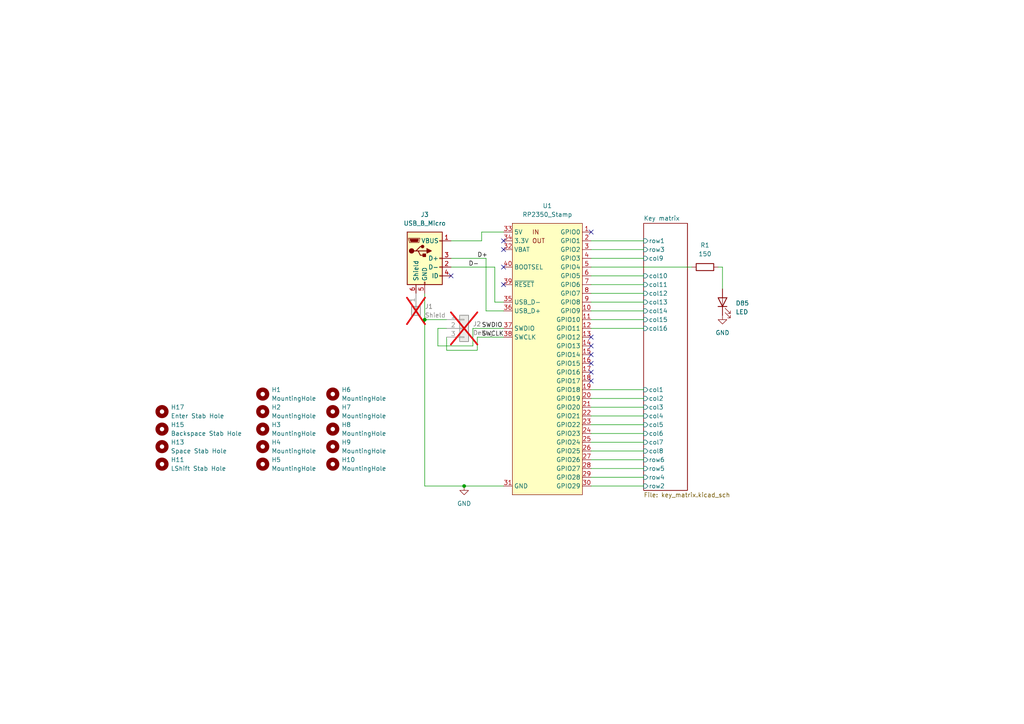
<source format=kicad_sch>
(kicad_sch
	(version 20231120)
	(generator "eeschema")
	(generator_version "8.0")
	(uuid "c3d5481e-c057-4a92-8a3d-290554b175ff")
	(paper "A4")
	(lib_symbols
		(symbol "Connector:USB_B_Micro"
			(pin_names
				(offset 1.016)
			)
			(exclude_from_sim no)
			(in_bom yes)
			(on_board yes)
			(property "Reference" "J"
				(at -5.08 11.43 0)
				(effects
					(font
						(size 1.27 1.27)
					)
					(justify left)
				)
			)
			(property "Value" "USB_B_Micro"
				(at -5.08 8.89 0)
				(effects
					(font
						(size 1.27 1.27)
					)
					(justify left)
				)
			)
			(property "Footprint" ""
				(at 3.81 -1.27 0)
				(effects
					(font
						(size 1.27 1.27)
					)
					(hide yes)
				)
			)
			(property "Datasheet" "~"
				(at 3.81 -1.27 0)
				(effects
					(font
						(size 1.27 1.27)
					)
					(hide yes)
				)
			)
			(property "Description" "USB Micro Type B connector"
				(at 0 0 0)
				(effects
					(font
						(size 1.27 1.27)
					)
					(hide yes)
				)
			)
			(property "ki_keywords" "connector USB micro"
				(at 0 0 0)
				(effects
					(font
						(size 1.27 1.27)
					)
					(hide yes)
				)
			)
			(property "ki_fp_filters" "USB*"
				(at 0 0 0)
				(effects
					(font
						(size 1.27 1.27)
					)
					(hide yes)
				)
			)
			(symbol "USB_B_Micro_0_1"
				(rectangle
					(start -5.08 -7.62)
					(end 5.08 7.62)
					(stroke
						(width 0.254)
						(type default)
					)
					(fill
						(type background)
					)
				)
				(circle
					(center -3.81 2.159)
					(radius 0.635)
					(stroke
						(width 0.254)
						(type default)
					)
					(fill
						(type outline)
					)
				)
				(circle
					(center -0.635 3.429)
					(radius 0.381)
					(stroke
						(width 0.254)
						(type default)
					)
					(fill
						(type outline)
					)
				)
				(rectangle
					(start -0.127 -7.62)
					(end 0.127 -6.858)
					(stroke
						(width 0)
						(type default)
					)
					(fill
						(type none)
					)
				)
				(polyline
					(pts
						(xy -1.905 2.159) (xy 0.635 2.159)
					)
					(stroke
						(width 0.254)
						(type default)
					)
					(fill
						(type none)
					)
				)
				(polyline
					(pts
						(xy -3.175 2.159) (xy -2.54 2.159) (xy -1.27 3.429) (xy -0.635 3.429)
					)
					(stroke
						(width 0.254)
						(type default)
					)
					(fill
						(type none)
					)
				)
				(polyline
					(pts
						(xy -2.54 2.159) (xy -1.905 2.159) (xy -1.27 0.889) (xy 0 0.889)
					)
					(stroke
						(width 0.254)
						(type default)
					)
					(fill
						(type none)
					)
				)
				(polyline
					(pts
						(xy 0.635 2.794) (xy 0.635 1.524) (xy 1.905 2.159) (xy 0.635 2.794)
					)
					(stroke
						(width 0.254)
						(type default)
					)
					(fill
						(type outline)
					)
				)
				(polyline
					(pts
						(xy -4.318 5.588) (xy -1.778 5.588) (xy -2.032 4.826) (xy -4.064 4.826) (xy -4.318 5.588)
					)
					(stroke
						(width 0)
						(type default)
					)
					(fill
						(type outline)
					)
				)
				(polyline
					(pts
						(xy -4.699 5.842) (xy -4.699 5.588) (xy -4.445 4.826) (xy -4.445 4.572) (xy -1.651 4.572) (xy -1.651 4.826)
						(xy -1.397 5.588) (xy -1.397 5.842) (xy -4.699 5.842)
					)
					(stroke
						(width 0)
						(type default)
					)
					(fill
						(type none)
					)
				)
				(rectangle
					(start 0.254 1.27)
					(end -0.508 0.508)
					(stroke
						(width 0.254)
						(type default)
					)
					(fill
						(type outline)
					)
				)
				(rectangle
					(start 5.08 -5.207)
					(end 4.318 -4.953)
					(stroke
						(width 0)
						(type default)
					)
					(fill
						(type none)
					)
				)
				(rectangle
					(start 5.08 -2.667)
					(end 4.318 -2.413)
					(stroke
						(width 0)
						(type default)
					)
					(fill
						(type none)
					)
				)
				(rectangle
					(start 5.08 -0.127)
					(end 4.318 0.127)
					(stroke
						(width 0)
						(type default)
					)
					(fill
						(type none)
					)
				)
				(rectangle
					(start 5.08 4.953)
					(end 4.318 5.207)
					(stroke
						(width 0)
						(type default)
					)
					(fill
						(type none)
					)
				)
			)
			(symbol "USB_B_Micro_1_1"
				(pin power_out line
					(at 7.62 5.08 180)
					(length 2.54)
					(name "VBUS"
						(effects
							(font
								(size 1.27 1.27)
							)
						)
					)
					(number "1"
						(effects
							(font
								(size 1.27 1.27)
							)
						)
					)
				)
				(pin bidirectional line
					(at 7.62 -2.54 180)
					(length 2.54)
					(name "D-"
						(effects
							(font
								(size 1.27 1.27)
							)
						)
					)
					(number "2"
						(effects
							(font
								(size 1.27 1.27)
							)
						)
					)
				)
				(pin bidirectional line
					(at 7.62 0 180)
					(length 2.54)
					(name "D+"
						(effects
							(font
								(size 1.27 1.27)
							)
						)
					)
					(number "3"
						(effects
							(font
								(size 1.27 1.27)
							)
						)
					)
				)
				(pin passive line
					(at 7.62 -5.08 180)
					(length 2.54)
					(name "ID"
						(effects
							(font
								(size 1.27 1.27)
							)
						)
					)
					(number "4"
						(effects
							(font
								(size 1.27 1.27)
							)
						)
					)
				)
				(pin power_out line
					(at 0 -10.16 90)
					(length 2.54)
					(name "GND"
						(effects
							(font
								(size 1.27 1.27)
							)
						)
					)
					(number "5"
						(effects
							(font
								(size 1.27 1.27)
							)
						)
					)
				)
				(pin passive line
					(at -2.54 -10.16 90)
					(length 2.54)
					(name "Shield"
						(effects
							(font
								(size 1.27 1.27)
							)
						)
					)
					(number "6"
						(effects
							(font
								(size 1.27 1.27)
							)
						)
					)
				)
			)
		)
		(symbol "Connector_Generic:Conn_01x01"
			(pin_names
				(offset 1.016) hide)
			(exclude_from_sim no)
			(in_bom yes)
			(on_board yes)
			(property "Reference" "J"
				(at 0 2.54 0)
				(effects
					(font
						(size 1.27 1.27)
					)
				)
			)
			(property "Value" "Conn_01x01"
				(at 0 -2.54 0)
				(effects
					(font
						(size 1.27 1.27)
					)
				)
			)
			(property "Footprint" ""
				(at 0 0 0)
				(effects
					(font
						(size 1.27 1.27)
					)
					(hide yes)
				)
			)
			(property "Datasheet" "~"
				(at 0 0 0)
				(effects
					(font
						(size 1.27 1.27)
					)
					(hide yes)
				)
			)
			(property "Description" "Generic connector, single row, 01x01, script generated (kicad-library-utils/schlib/autogen/connector/)"
				(at 0 0 0)
				(effects
					(font
						(size 1.27 1.27)
					)
					(hide yes)
				)
			)
			(property "ki_keywords" "connector"
				(at 0 0 0)
				(effects
					(font
						(size 1.27 1.27)
					)
					(hide yes)
				)
			)
			(property "ki_fp_filters" "Connector*:*_1x??_*"
				(at 0 0 0)
				(effects
					(font
						(size 1.27 1.27)
					)
					(hide yes)
				)
			)
			(symbol "Conn_01x01_1_1"
				(rectangle
					(start -1.27 0.127)
					(end 0 -0.127)
					(stroke
						(width 0.1524)
						(type default)
					)
					(fill
						(type none)
					)
				)
				(rectangle
					(start -1.27 1.27)
					(end 1.27 -1.27)
					(stroke
						(width 0.254)
						(type default)
					)
					(fill
						(type background)
					)
				)
				(pin passive line
					(at -5.08 0 0)
					(length 3.81)
					(name "Pin_1"
						(effects
							(font
								(size 1.27 1.27)
							)
						)
					)
					(number "1"
						(effects
							(font
								(size 1.27 1.27)
							)
						)
					)
				)
			)
		)
		(symbol "Connector_Generic:Conn_01x03"
			(pin_names
				(offset 1.016) hide)
			(exclude_from_sim no)
			(in_bom yes)
			(on_board yes)
			(property "Reference" "J"
				(at 0 5.08 0)
				(effects
					(font
						(size 1.27 1.27)
					)
				)
			)
			(property "Value" "Conn_01x03"
				(at 0 -5.08 0)
				(effects
					(font
						(size 1.27 1.27)
					)
				)
			)
			(property "Footprint" ""
				(at 0 0 0)
				(effects
					(font
						(size 1.27 1.27)
					)
					(hide yes)
				)
			)
			(property "Datasheet" "~"
				(at 0 0 0)
				(effects
					(font
						(size 1.27 1.27)
					)
					(hide yes)
				)
			)
			(property "Description" "Generic connector, single row, 01x03, script generated (kicad-library-utils/schlib/autogen/connector/)"
				(at 0 0 0)
				(effects
					(font
						(size 1.27 1.27)
					)
					(hide yes)
				)
			)
			(property "ki_keywords" "connector"
				(at 0 0 0)
				(effects
					(font
						(size 1.27 1.27)
					)
					(hide yes)
				)
			)
			(property "ki_fp_filters" "Connector*:*_1x??_*"
				(at 0 0 0)
				(effects
					(font
						(size 1.27 1.27)
					)
					(hide yes)
				)
			)
			(symbol "Conn_01x03_1_1"
				(rectangle
					(start -1.27 -2.413)
					(end 0 -2.667)
					(stroke
						(width 0.1524)
						(type default)
					)
					(fill
						(type none)
					)
				)
				(rectangle
					(start -1.27 0.127)
					(end 0 -0.127)
					(stroke
						(width 0.1524)
						(type default)
					)
					(fill
						(type none)
					)
				)
				(rectangle
					(start -1.27 2.667)
					(end 0 2.413)
					(stroke
						(width 0.1524)
						(type default)
					)
					(fill
						(type none)
					)
				)
				(rectangle
					(start -1.27 3.81)
					(end 1.27 -3.81)
					(stroke
						(width 0.254)
						(type default)
					)
					(fill
						(type background)
					)
				)
				(pin passive line
					(at -5.08 2.54 0)
					(length 3.81)
					(name "Pin_1"
						(effects
							(font
								(size 1.27 1.27)
							)
						)
					)
					(number "1"
						(effects
							(font
								(size 1.27 1.27)
							)
						)
					)
				)
				(pin passive line
					(at -5.08 0 0)
					(length 3.81)
					(name "Pin_2"
						(effects
							(font
								(size 1.27 1.27)
							)
						)
					)
					(number "2"
						(effects
							(font
								(size 1.27 1.27)
							)
						)
					)
				)
				(pin passive line
					(at -5.08 -2.54 0)
					(length 3.81)
					(name "Pin_3"
						(effects
							(font
								(size 1.27 1.27)
							)
						)
					)
					(number "3"
						(effects
							(font
								(size 1.27 1.27)
							)
						)
					)
				)
			)
		)
		(symbol "Device:LED"
			(pin_numbers hide)
			(pin_names
				(offset 1.016) hide)
			(exclude_from_sim no)
			(in_bom yes)
			(on_board yes)
			(property "Reference" "D"
				(at 0 2.54 0)
				(effects
					(font
						(size 1.27 1.27)
					)
				)
			)
			(property "Value" "LED"
				(at 0 -2.54 0)
				(effects
					(font
						(size 1.27 1.27)
					)
				)
			)
			(property "Footprint" ""
				(at 0 0 0)
				(effects
					(font
						(size 1.27 1.27)
					)
					(hide yes)
				)
			)
			(property "Datasheet" "~"
				(at 0 0 0)
				(effects
					(font
						(size 1.27 1.27)
					)
					(hide yes)
				)
			)
			(property "Description" "Light emitting diode"
				(at 0 0 0)
				(effects
					(font
						(size 1.27 1.27)
					)
					(hide yes)
				)
			)
			(property "ki_keywords" "LED diode"
				(at 0 0 0)
				(effects
					(font
						(size 1.27 1.27)
					)
					(hide yes)
				)
			)
			(property "ki_fp_filters" "LED* LED_SMD:* LED_THT:*"
				(at 0 0 0)
				(effects
					(font
						(size 1.27 1.27)
					)
					(hide yes)
				)
			)
			(symbol "LED_0_1"
				(polyline
					(pts
						(xy -1.27 -1.27) (xy -1.27 1.27)
					)
					(stroke
						(width 0.254)
						(type default)
					)
					(fill
						(type none)
					)
				)
				(polyline
					(pts
						(xy -1.27 0) (xy 1.27 0)
					)
					(stroke
						(width 0)
						(type default)
					)
					(fill
						(type none)
					)
				)
				(polyline
					(pts
						(xy 1.27 -1.27) (xy 1.27 1.27) (xy -1.27 0) (xy 1.27 -1.27)
					)
					(stroke
						(width 0.254)
						(type default)
					)
					(fill
						(type none)
					)
				)
				(polyline
					(pts
						(xy -3.048 -0.762) (xy -4.572 -2.286) (xy -3.81 -2.286) (xy -4.572 -2.286) (xy -4.572 -1.524)
					)
					(stroke
						(width 0)
						(type default)
					)
					(fill
						(type none)
					)
				)
				(polyline
					(pts
						(xy -1.778 -0.762) (xy -3.302 -2.286) (xy -2.54 -2.286) (xy -3.302 -2.286) (xy -3.302 -1.524)
					)
					(stroke
						(width 0)
						(type default)
					)
					(fill
						(type none)
					)
				)
			)
			(symbol "LED_1_1"
				(pin passive line
					(at -3.81 0 0)
					(length 2.54)
					(name "K"
						(effects
							(font
								(size 1.27 1.27)
							)
						)
					)
					(number "1"
						(effects
							(font
								(size 1.27 1.27)
							)
						)
					)
				)
				(pin passive line
					(at 3.81 0 180)
					(length 2.54)
					(name "A"
						(effects
							(font
								(size 1.27 1.27)
							)
						)
					)
					(number "2"
						(effects
							(font
								(size 1.27 1.27)
							)
						)
					)
				)
			)
		)
		(symbol "Device:R"
			(pin_numbers hide)
			(pin_names
				(offset 0)
			)
			(exclude_from_sim no)
			(in_bom yes)
			(on_board yes)
			(property "Reference" "R"
				(at 2.032 0 90)
				(effects
					(font
						(size 1.27 1.27)
					)
				)
			)
			(property "Value" "R"
				(at 0 0 90)
				(effects
					(font
						(size 1.27 1.27)
					)
				)
			)
			(property "Footprint" ""
				(at -1.778 0 90)
				(effects
					(font
						(size 1.27 1.27)
					)
					(hide yes)
				)
			)
			(property "Datasheet" "~"
				(at 0 0 0)
				(effects
					(font
						(size 1.27 1.27)
					)
					(hide yes)
				)
			)
			(property "Description" "Resistor"
				(at 0 0 0)
				(effects
					(font
						(size 1.27 1.27)
					)
					(hide yes)
				)
			)
			(property "ki_keywords" "R res resistor"
				(at 0 0 0)
				(effects
					(font
						(size 1.27 1.27)
					)
					(hide yes)
				)
			)
			(property "ki_fp_filters" "R_*"
				(at 0 0 0)
				(effects
					(font
						(size 1.27 1.27)
					)
					(hide yes)
				)
			)
			(symbol "R_0_1"
				(rectangle
					(start -1.016 -2.54)
					(end 1.016 2.54)
					(stroke
						(width 0.254)
						(type default)
					)
					(fill
						(type none)
					)
				)
			)
			(symbol "R_1_1"
				(pin passive line
					(at 0 3.81 270)
					(length 1.27)
					(name "~"
						(effects
							(font
								(size 1.27 1.27)
							)
						)
					)
					(number "1"
						(effects
							(font
								(size 1.27 1.27)
							)
						)
					)
				)
				(pin passive line
					(at 0 -3.81 90)
					(length 1.27)
					(name "~"
						(effects
							(font
								(size 1.27 1.27)
							)
						)
					)
					(number "2"
						(effects
							(font
								(size 1.27 1.27)
							)
						)
					)
				)
			)
		)
		(symbol "Mechanical:MountingHole"
			(pin_names
				(offset 1.016)
			)
			(exclude_from_sim yes)
			(in_bom no)
			(on_board yes)
			(property "Reference" "H"
				(at 0 5.08 0)
				(effects
					(font
						(size 1.27 1.27)
					)
				)
			)
			(property "Value" "MountingHole"
				(at 0 3.175 0)
				(effects
					(font
						(size 1.27 1.27)
					)
				)
			)
			(property "Footprint" ""
				(at 0 0 0)
				(effects
					(font
						(size 1.27 1.27)
					)
					(hide yes)
				)
			)
			(property "Datasheet" "~"
				(at 0 0 0)
				(effects
					(font
						(size 1.27 1.27)
					)
					(hide yes)
				)
			)
			(property "Description" "Mounting Hole without connection"
				(at 0 0 0)
				(effects
					(font
						(size 1.27 1.27)
					)
					(hide yes)
				)
			)
			(property "ki_keywords" "mounting hole"
				(at 0 0 0)
				(effects
					(font
						(size 1.27 1.27)
					)
					(hide yes)
				)
			)
			(property "ki_fp_filters" "MountingHole*"
				(at 0 0 0)
				(effects
					(font
						(size 1.27 1.27)
					)
					(hide yes)
				)
			)
			(symbol "MountingHole_0_1"
				(circle
					(center 0 0)
					(radius 1.27)
					(stroke
						(width 1.27)
						(type default)
					)
					(fill
						(type none)
					)
				)
			)
		)
		(symbol "RP2xxx_Stamp:RP2350_Stamp"
			(exclude_from_sim no)
			(in_bom yes)
			(on_board yes)
			(property "Reference" "U"
				(at 10.16 43.18 0)
				(effects
					(font
						(size 1.27 1.27)
					)
				)
			)
			(property "Value" "RP2350_Stamp"
				(at 0 -38.1 0)
				(effects
					(font
						(size 1.27 1.27)
					)
				)
			)
			(property "Footprint" "RP2040_Stamp:RP2040_Stamp_SMD"
				(at 0 -40.64 0)
				(effects
					(font
						(size 1.27 1.27)
					)
					(hide yes)
				)
			)
			(property "Datasheet" ""
				(at -33.02 41.91 0)
				(effects
					(font
						(size 1.27 1.27)
					)
					(hide yes)
				)
			)
			(property "Description" ""
				(at 0 0 0)
				(effects
					(font
						(size 1.27 1.27)
					)
					(hide yes)
				)
			)
			(property "ki_fp_filters" "RP2xxx_Stamp*"
				(at 0 0 0)
				(effects
					(font
						(size 1.27 1.27)
					)
					(hide yes)
				)
			)
			(symbol "RP2350_Stamp_0_0"
				(text "IN"
					(at -4.445 39.37 0)
					(effects
						(font
							(size 1.27 1.27)
						)
						(justify left)
					)
				)
				(text "OUT"
					(at -4.445 36.83 0)
					(effects
						(font
							(size 1.27 1.27)
						)
						(justify left)
					)
				)
				(pin bidirectional line
					(at 12.7 39.37 180)
					(length 2.54)
					(name "GPIO0"
						(effects
							(font
								(size 1.27 1.27)
							)
						)
					)
					(number "1"
						(effects
							(font
								(size 1.27 1.27)
							)
						)
					)
				)
				(pin bidirectional line
					(at 12.7 16.51 180)
					(length 2.54)
					(name "GPIO9"
						(effects
							(font
								(size 1.27 1.27)
							)
						)
					)
					(number "10"
						(effects
							(font
								(size 1.27 1.27)
							)
						)
					)
				)
				(pin bidirectional line
					(at 12.7 13.97 180)
					(length 2.54)
					(name "GPIO10"
						(effects
							(font
								(size 1.27 1.27)
							)
						)
					)
					(number "11"
						(effects
							(font
								(size 1.27 1.27)
							)
						)
					)
				)
				(pin bidirectional line
					(at 12.7 11.43 180)
					(length 2.54)
					(name "GPIO11"
						(effects
							(font
								(size 1.27 1.27)
							)
						)
					)
					(number "12"
						(effects
							(font
								(size 1.27 1.27)
							)
						)
					)
				)
				(pin bidirectional line
					(at 12.7 8.89 180)
					(length 2.54)
					(name "GPIO12"
						(effects
							(font
								(size 1.27 1.27)
							)
						)
					)
					(number "13"
						(effects
							(font
								(size 1.27 1.27)
							)
						)
					)
				)
				(pin bidirectional line
					(at 12.7 6.35 180)
					(length 2.54)
					(name "GPIO13"
						(effects
							(font
								(size 1.27 1.27)
							)
						)
					)
					(number "14"
						(effects
							(font
								(size 1.27 1.27)
							)
						)
					)
				)
				(pin bidirectional line
					(at 12.7 3.81 180)
					(length 2.54)
					(name "GPIO14"
						(effects
							(font
								(size 1.27 1.27)
							)
						)
					)
					(number "15"
						(effects
							(font
								(size 1.27 1.27)
							)
						)
					)
				)
				(pin bidirectional line
					(at 12.7 1.27 180)
					(length 2.54)
					(name "GPIO15"
						(effects
							(font
								(size 1.27 1.27)
							)
						)
					)
					(number "16"
						(effects
							(font
								(size 1.27 1.27)
							)
						)
					)
				)
				(pin bidirectional line
					(at 12.7 -1.27 180)
					(length 2.54)
					(name "GPIO16"
						(effects
							(font
								(size 1.27 1.27)
							)
						)
					)
					(number "17"
						(effects
							(font
								(size 1.27 1.27)
							)
						)
					)
				)
				(pin bidirectional line
					(at 12.7 -3.81 180)
					(length 2.54)
					(name "GPIO17"
						(effects
							(font
								(size 1.27 1.27)
							)
						)
					)
					(number "18"
						(effects
							(font
								(size 1.27 1.27)
							)
						)
					)
				)
				(pin bidirectional line
					(at 12.7 -6.35 180)
					(length 2.54)
					(name "GPIO18"
						(effects
							(font
								(size 1.27 1.27)
							)
						)
					)
					(number "19"
						(effects
							(font
								(size 1.27 1.27)
							)
						)
					)
				)
				(pin bidirectional line
					(at 12.7 36.83 180)
					(length 2.54)
					(name "GPIO1"
						(effects
							(font
								(size 1.27 1.27)
							)
						)
					)
					(number "2"
						(effects
							(font
								(size 1.27 1.27)
							)
						)
					)
				)
				(pin bidirectional line
					(at 12.7 -8.89 180)
					(length 2.54)
					(name "GPIO19"
						(effects
							(font
								(size 1.27 1.27)
							)
						)
					)
					(number "20"
						(effects
							(font
								(size 1.27 1.27)
							)
						)
					)
				)
				(pin bidirectional line
					(at 12.7 -11.43 180)
					(length 2.54)
					(name "GPIO20"
						(effects
							(font
								(size 1.27 1.27)
							)
						)
					)
					(number "21"
						(effects
							(font
								(size 1.27 1.27)
							)
						)
					)
				)
				(pin bidirectional line
					(at 12.7 -13.97 180)
					(length 2.54)
					(name "GPIO21"
						(effects
							(font
								(size 1.27 1.27)
							)
						)
					)
					(number "22"
						(effects
							(font
								(size 1.27 1.27)
							)
						)
					)
					(alternate "NEOPIXEL" output line)
				)
				(pin bidirectional line
					(at 12.7 -16.51 180)
					(length 2.54)
					(name "GPIO22"
						(effects
							(font
								(size 1.27 1.27)
							)
						)
					)
					(number "23"
						(effects
							(font
								(size 1.27 1.27)
							)
						)
					)
				)
				(pin bidirectional line
					(at 12.7 -19.05 180)
					(length 2.54)
					(name "GPIO23"
						(effects
							(font
								(size 1.27 1.27)
							)
						)
					)
					(number "24"
						(effects
							(font
								(size 1.27 1.27)
							)
						)
					)
				)
				(pin bidirectional line
					(at 12.7 -21.59 180)
					(length 2.54)
					(name "GPIO24"
						(effects
							(font
								(size 1.27 1.27)
							)
						)
					)
					(number "25"
						(effects
							(font
								(size 1.27 1.27)
							)
						)
					)
				)
				(pin bidirectional line
					(at 12.7 -24.13 180)
					(length 2.54)
					(name "GPIO25"
						(effects
							(font
								(size 1.27 1.27)
							)
						)
					)
					(number "26"
						(effects
							(font
								(size 1.27 1.27)
							)
						)
					)
				)
				(pin bidirectional line
					(at 12.7 -26.67 180)
					(length 2.54)
					(name "GPIO26"
						(effects
							(font
								(size 1.27 1.27)
							)
						)
					)
					(number "27"
						(effects
							(font
								(size 1.27 1.27)
							)
						)
					)
					(alternate "A0" input line)
				)
				(pin bidirectional line
					(at 12.7 -29.21 180)
					(length 2.54)
					(name "GPIO27"
						(effects
							(font
								(size 1.27 1.27)
							)
						)
					)
					(number "28"
						(effects
							(font
								(size 1.27 1.27)
							)
						)
					)
					(alternate "A1" input line)
				)
				(pin bidirectional line
					(at 12.7 -31.75 180)
					(length 2.54)
					(name "GPIO28"
						(effects
							(font
								(size 1.27 1.27)
							)
						)
					)
					(number "29"
						(effects
							(font
								(size 1.27 1.27)
							)
						)
					)
					(alternate "A2" input line)
				)
				(pin bidirectional line
					(at 12.7 34.29 180)
					(length 2.54)
					(name "GPIO2"
						(effects
							(font
								(size 1.27 1.27)
							)
						)
					)
					(number "3"
						(effects
							(font
								(size 1.27 1.27)
							)
						)
					)
				)
				(pin bidirectional line
					(at 12.7 -34.29 180)
					(length 2.54)
					(name "GPIO29"
						(effects
							(font
								(size 1.27 1.27)
							)
						)
					)
					(number "30"
						(effects
							(font
								(size 1.27 1.27)
							)
						)
					)
					(alternate "A3" input line)
				)
				(pin power_in line
					(at -12.7 -34.29 0)
					(length 2.54)
					(name "GND"
						(effects
							(font
								(size 1.27 1.27)
							)
						)
					)
					(number "31"
						(effects
							(font
								(size 1.27 1.27)
							)
						)
					)
				)
				(pin power_in line
					(at -12.7 34.29 0)
					(length 2.54)
					(name "VBAT"
						(effects
							(font
								(size 1.27 1.27)
							)
						)
					)
					(number "32"
						(effects
							(font
								(size 1.27 1.27)
							)
						)
					)
				)
				(pin power_in line
					(at -12.7 39.37 0)
					(length 2.54)
					(name "5V"
						(effects
							(font
								(size 1.27 1.27)
							)
						)
					)
					(number "33"
						(effects
							(font
								(size 1.27 1.27)
							)
						)
					)
				)
				(pin power_out line
					(at -12.7 36.83 0)
					(length 2.54)
					(name "3.3V"
						(effects
							(font
								(size 1.27 1.27)
							)
						)
					)
					(number "34"
						(effects
							(font
								(size 1.27 1.27)
							)
						)
					)
				)
				(pin bidirectional line
					(at -12.7 19.05 0)
					(length 2.54)
					(name "USB_D-"
						(effects
							(font
								(size 1.27 1.27)
							)
						)
					)
					(number "35"
						(effects
							(font
								(size 1.27 1.27)
							)
						)
					)
				)
				(pin bidirectional line
					(at -12.7 16.51 0)
					(length 2.54)
					(name "USB_D+"
						(effects
							(font
								(size 1.27 1.27)
							)
						)
					)
					(number "36"
						(effects
							(font
								(size 1.27 1.27)
							)
						)
					)
				)
				(pin bidirectional line
					(at -12.7 11.43 0)
					(length 2.54)
					(name "SWDIO"
						(effects
							(font
								(size 1.27 1.27)
							)
						)
					)
					(number "37"
						(effects
							(font
								(size 1.27 1.27)
							)
						)
					)
				)
				(pin input line
					(at -12.7 8.89 0)
					(length 2.54)
					(name "SWCLK"
						(effects
							(font
								(size 1.27 1.27)
							)
						)
					)
					(number "38"
						(effects
							(font
								(size 1.27 1.27)
							)
						)
					)
				)
				(pin bidirectional line
					(at -12.7 24.13 0)
					(length 2.54)
					(name "~{RESET}"
						(effects
							(font
								(size 1.27 1.27)
							)
						)
					)
					(number "39"
						(effects
							(font
								(size 1.27 1.27)
							)
						)
					)
				)
				(pin bidirectional line
					(at 12.7 31.75 180)
					(length 2.54)
					(name "GPIO3"
						(effects
							(font
								(size 1.27 1.27)
							)
						)
					)
					(number "4"
						(effects
							(font
								(size 1.27 1.27)
							)
						)
					)
				)
				(pin input line
					(at -12.7 29.21 0)
					(length 2.54)
					(name "BOOTSEL"
						(effects
							(font
								(size 1.27 1.27)
							)
						)
					)
					(number "40"
						(effects
							(font
								(size 1.27 1.27)
							)
						)
					)
				)
				(pin bidirectional line
					(at 12.7 29.21 180)
					(length 2.54)
					(name "GPIO4"
						(effects
							(font
								(size 1.27 1.27)
							)
						)
					)
					(number "5"
						(effects
							(font
								(size 1.27 1.27)
							)
						)
					)
				)
				(pin bidirectional line
					(at 12.7 26.67 180)
					(length 2.54)
					(name "GPIO5"
						(effects
							(font
								(size 1.27 1.27)
							)
						)
					)
					(number "6"
						(effects
							(font
								(size 1.27 1.27)
							)
						)
					)
				)
				(pin bidirectional line
					(at 12.7 24.13 180)
					(length 2.54)
					(name "GPIO6"
						(effects
							(font
								(size 1.27 1.27)
							)
						)
					)
					(number "7"
						(effects
							(font
								(size 1.27 1.27)
							)
						)
					)
				)
				(pin bidirectional line
					(at 12.7 21.59 180)
					(length 2.54)
					(name "GPIO7"
						(effects
							(font
								(size 1.27 1.27)
							)
						)
					)
					(number "8"
						(effects
							(font
								(size 1.27 1.27)
							)
						)
					)
				)
				(pin bidirectional line
					(at 12.7 19.05 180)
					(length 2.54)
					(name "GPIO8"
						(effects
							(font
								(size 1.27 1.27)
							)
						)
					)
					(number "9"
						(effects
							(font
								(size 1.27 1.27)
							)
						)
					)
				)
			)
			(symbol "RP2350_Stamp_0_1"
				(rectangle
					(start -10.16 41.91)
					(end 10.16 -36.83)
					(stroke
						(width 0.1524)
						(type default)
					)
					(fill
						(type background)
					)
				)
			)
		)
		(symbol "power:GND"
			(power)
			(pin_numbers hide)
			(pin_names
				(offset 0) hide)
			(exclude_from_sim no)
			(in_bom yes)
			(on_board yes)
			(property "Reference" "#PWR"
				(at 0 -6.35 0)
				(effects
					(font
						(size 1.27 1.27)
					)
					(hide yes)
				)
			)
			(property "Value" "GND"
				(at 0 -3.81 0)
				(effects
					(font
						(size 1.27 1.27)
					)
				)
			)
			(property "Footprint" ""
				(at 0 0 0)
				(effects
					(font
						(size 1.27 1.27)
					)
					(hide yes)
				)
			)
			(property "Datasheet" ""
				(at 0 0 0)
				(effects
					(font
						(size 1.27 1.27)
					)
					(hide yes)
				)
			)
			(property "Description" "Power symbol creates a global label with name \"GND\" , ground"
				(at 0 0 0)
				(effects
					(font
						(size 1.27 1.27)
					)
					(hide yes)
				)
			)
			(property "ki_keywords" "global power"
				(at 0 0 0)
				(effects
					(font
						(size 1.27 1.27)
					)
					(hide yes)
				)
			)
			(symbol "GND_0_1"
				(polyline
					(pts
						(xy 0 0) (xy 0 -1.27) (xy 1.27 -1.27) (xy 0 -2.54) (xy -1.27 -1.27) (xy 0 -1.27)
					)
					(stroke
						(width 0)
						(type default)
					)
					(fill
						(type none)
					)
				)
			)
			(symbol "GND_1_1"
				(pin power_in line
					(at 0 0 270)
					(length 0)
					(name "~"
						(effects
							(font
								(size 1.27 1.27)
							)
						)
					)
					(number "1"
						(effects
							(font
								(size 1.27 1.27)
							)
						)
					)
				)
			)
		)
	)
	(junction
		(at 123.19 92.71)
		(diameter 0)
		(color 0 0 0 0)
		(uuid "5f615ca3-7bcf-4e26-9494-fcecb3a75ba6")
	)
	(junction
		(at 134.62 140.97)
		(diameter 0)
		(color 0 0 0 0)
		(uuid "be9d32a4-ca6a-4000-b708-104db85e7809")
	)
	(no_connect
		(at 146.05 82.55)
		(uuid "02c30b6d-eadd-4903-9cff-d6134689da0e")
	)
	(no_connect
		(at 146.05 72.39)
		(uuid "0757c19b-1a10-40f4-a541-58ba804dcea9")
	)
	(no_connect
		(at 171.45 100.33)
		(uuid "1ae87057-c2ca-4adc-81e3-4c146aebfaec")
	)
	(no_connect
		(at 146.05 69.85)
		(uuid "6349c22b-6cec-43eb-8703-1ae07c1b02a3")
	)
	(no_connect
		(at 146.05 77.47)
		(uuid "653bdaeb-10dd-486c-a666-ee5382b3aa5c")
	)
	(no_connect
		(at 171.45 107.95)
		(uuid "92742261-9e37-4cef-a8ca-c27495ea369c")
	)
	(no_connect
		(at 171.45 105.41)
		(uuid "933fb38d-99fa-4910-ab5a-1b9a852abeba")
	)
	(no_connect
		(at 171.45 97.79)
		(uuid "ad04e433-7164-41a1-9f93-e290f460a983")
	)
	(no_connect
		(at 171.45 67.31)
		(uuid "e9a9778b-e504-4603-8778-ba75c6b92881")
	)
	(no_connect
		(at 130.81 80.01)
		(uuid "ea126091-9b1a-44a5-9aab-315d7ce3910f")
	)
	(no_connect
		(at 171.45 110.49)
		(uuid "f5a13f4d-9fef-4e69-8308-99f0aa022eb3")
	)
	(no_connect
		(at 171.45 102.87)
		(uuid "fac31973-b871-4592-9534-fe7df19c28de")
	)
	(wire
		(pts
			(xy 171.45 74.93) (xy 186.69 74.93)
		)
		(stroke
			(width 0)
			(type default)
		)
		(uuid "0fabfb12-60ed-4cfa-a22f-d63e286584d0")
	)
	(wire
		(pts
			(xy 171.45 128.27) (xy 186.69 128.27)
		)
		(stroke
			(width 0)
			(type default)
		)
		(uuid "1596e879-c576-4a54-b1d8-c66198cf4754")
	)
	(wire
		(pts
			(xy 130.81 69.85) (xy 139.7 69.85)
		)
		(stroke
			(width 0)
			(type default)
		)
		(uuid "188ee605-30e9-4858-b50c-663b9856785d")
	)
	(wire
		(pts
			(xy 171.45 113.03) (xy 186.69 113.03)
		)
		(stroke
			(width 0)
			(type default)
		)
		(uuid "1d9be0a3-b6eb-4600-bfc4-f45d444ca15d")
	)
	(wire
		(pts
			(xy 171.45 95.25) (xy 186.69 95.25)
		)
		(stroke
			(width 0)
			(type default)
		)
		(uuid "25229028-5d0d-4dc8-ba15-ae9b71979814")
	)
	(wire
		(pts
			(xy 134.62 140.97) (xy 146.05 140.97)
		)
		(stroke
			(width 0)
			(type default)
		)
		(uuid "29c9d920-9f5b-4522-9bb3-aeafd96ca146")
	)
	(wire
		(pts
			(xy 138.43 97.79) (xy 146.05 97.79)
		)
		(stroke
			(width 0)
			(type default)
		)
		(uuid "31f27939-6717-4325-8d5c-d0e09c534654")
	)
	(wire
		(pts
			(xy 137.16 100.33) (xy 137.16 95.25)
		)
		(stroke
			(width 0)
			(type default)
		)
		(uuid "3f2677d4-3a96-478e-adf8-f80e1106cc49")
	)
	(wire
		(pts
			(xy 171.45 77.47) (xy 200.66 77.47)
		)
		(stroke
			(width 0)
			(type default)
		)
		(uuid "427f1208-8b09-4ad0-aeef-ff43364da038")
	)
	(wire
		(pts
			(xy 137.16 95.25) (xy 146.05 95.25)
		)
		(stroke
			(width 0)
			(type default)
		)
		(uuid "52c15eb2-2fbe-458b-bee3-fdbf1cbe3405")
	)
	(wire
		(pts
			(xy 139.7 69.85) (xy 139.7 67.31)
		)
		(stroke
			(width 0)
			(type default)
		)
		(uuid "55c9dd81-eeca-4d82-bca4-59d2e13429ca")
	)
	(wire
		(pts
			(xy 171.45 80.01) (xy 186.69 80.01)
		)
		(stroke
			(width 0)
			(type default)
		)
		(uuid "5adff70c-6543-48f2-8b1f-371ae94e7ffc")
	)
	(wire
		(pts
			(xy 171.45 92.71) (xy 186.69 92.71)
		)
		(stroke
			(width 0)
			(type default)
		)
		(uuid "61966928-34d8-43ba-9722-19e0e3ed0376")
	)
	(wire
		(pts
			(xy 171.45 118.11) (xy 186.69 118.11)
		)
		(stroke
			(width 0)
			(type default)
		)
		(uuid "626287e7-9b49-4ceb-97f5-6e909f3ad965")
	)
	(wire
		(pts
			(xy 171.45 135.89) (xy 186.69 135.89)
		)
		(stroke
			(width 0)
			(type default)
		)
		(uuid "65823465-b290-46ed-a71e-7171f50c6ee8")
	)
	(wire
		(pts
			(xy 171.45 72.39) (xy 186.69 72.39)
		)
		(stroke
			(width 0)
			(type default)
		)
		(uuid "666c46f8-d9d0-40e4-a96f-cb373580cafa")
	)
	(wire
		(pts
			(xy 171.45 130.81) (xy 186.69 130.81)
		)
		(stroke
			(width 0)
			(type default)
		)
		(uuid "6aef4a66-574d-4ffc-a682-8ec07924febd")
	)
	(wire
		(pts
			(xy 129.54 95.25) (xy 127 95.25)
		)
		(stroke
			(width 0)
			(type default)
		)
		(uuid "72c7f617-656a-4163-b3be-d4a7ba96480e")
	)
	(wire
		(pts
			(xy 127 100.33) (xy 137.16 100.33)
		)
		(stroke
			(width 0)
			(type default)
		)
		(uuid "734b3596-bea6-422e-a41f-87cf88c10ce0")
	)
	(wire
		(pts
			(xy 123.19 140.97) (xy 134.62 140.97)
		)
		(stroke
			(width 0)
			(type default)
		)
		(uuid "76b730a4-2123-4012-824b-0da7e8fd3c6b")
	)
	(wire
		(pts
			(xy 140.97 74.93) (xy 140.97 90.17)
		)
		(stroke
			(width 0)
			(type default)
		)
		(uuid "782e70f3-aacc-44b0-881f-23f61c76b730")
	)
	(wire
		(pts
			(xy 138.43 101.6) (xy 138.43 97.79)
		)
		(stroke
			(width 0)
			(type default)
		)
		(uuid "7bbaecbd-7f46-4f76-adcc-551a6bbff779")
	)
	(wire
		(pts
			(xy 127 95.25) (xy 127 100.33)
		)
		(stroke
			(width 0)
			(type default)
		)
		(uuid "803e99be-c492-4124-88db-637933b62e4d")
	)
	(wire
		(pts
			(xy 171.45 120.65) (xy 186.69 120.65)
		)
		(stroke
			(width 0)
			(type default)
		)
		(uuid "8334fcab-e850-4097-995c-bf278a7db511")
	)
	(wire
		(pts
			(xy 171.45 87.63) (xy 186.69 87.63)
		)
		(stroke
			(width 0)
			(type default)
		)
		(uuid "8651df94-df04-4c85-8213-043146fa216e")
	)
	(wire
		(pts
			(xy 123.19 92.71) (xy 123.19 140.97)
		)
		(stroke
			(width 0)
			(type default)
		)
		(uuid "88516136-e049-49f9-ab8f-f3ecb045e350")
	)
	(wire
		(pts
			(xy 143.51 87.63) (xy 146.05 87.63)
		)
		(stroke
			(width 0)
			(type default)
		)
		(uuid "89bc90e7-5fcc-4aad-aab6-4a089e6352e8")
	)
	(wire
		(pts
			(xy 130.81 77.47) (xy 143.51 77.47)
		)
		(stroke
			(width 0)
			(type default)
		)
		(uuid "8fb084c3-0b96-40f7-837b-8b2f2ba05a37")
	)
	(wire
		(pts
			(xy 171.45 82.55) (xy 186.69 82.55)
		)
		(stroke
			(width 0)
			(type default)
		)
		(uuid "9db7226f-29b1-42bd-b548-8732f47bf920")
	)
	(wire
		(pts
			(xy 171.45 69.85) (xy 186.69 69.85)
		)
		(stroke
			(width 0)
			(type default)
		)
		(uuid "a1a2533c-23b6-4cac-adc5-aa6c3b98aeb5")
	)
	(wire
		(pts
			(xy 140.97 90.17) (xy 146.05 90.17)
		)
		(stroke
			(width 0)
			(type default)
		)
		(uuid "a55ede95-ca99-4624-b4d7-814c37d98bd4")
	)
	(wire
		(pts
			(xy 171.45 115.57) (xy 186.69 115.57)
		)
		(stroke
			(width 0)
			(type default)
		)
		(uuid "a7ff5abe-ff7b-4a73-8f39-ef7a9e7de087")
	)
	(wire
		(pts
			(xy 143.51 77.47) (xy 143.51 87.63)
		)
		(stroke
			(width 0)
			(type default)
		)
		(uuid "acb73b4b-a026-4a51-8d52-1f2395371529")
	)
	(wire
		(pts
			(xy 123.19 85.09) (xy 123.19 92.71)
		)
		(stroke
			(width 0)
			(type default)
		)
		(uuid "b3c15ee5-98f5-402d-a7b3-cfde594bdbf5")
	)
	(wire
		(pts
			(xy 171.45 140.97) (xy 186.69 140.97)
		)
		(stroke
			(width 0)
			(type default)
		)
		(uuid "b852ad8c-2958-4981-97d2-467c45de325b")
	)
	(wire
		(pts
			(xy 208.28 77.47) (xy 209.55 77.47)
		)
		(stroke
			(width 0)
			(type default)
		)
		(uuid "bf64c617-9233-4bc4-afc4-7acd62fb47be")
	)
	(wire
		(pts
			(xy 171.45 90.17) (xy 186.69 90.17)
		)
		(stroke
			(width 0)
			(type default)
		)
		(uuid "c2350291-3cb4-4e8b-90ba-783fce0e3aa8")
	)
	(wire
		(pts
			(xy 139.7 67.31) (xy 146.05 67.31)
		)
		(stroke
			(width 0)
			(type default)
		)
		(uuid "c326aca5-9770-45bf-9f5e-7d99f5a5a358")
	)
	(wire
		(pts
			(xy 171.45 85.09) (xy 186.69 85.09)
		)
		(stroke
			(width 0)
			(type default)
		)
		(uuid "c51bf8a6-c1a4-4d41-83b1-f9ef2fa66109")
	)
	(wire
		(pts
			(xy 171.45 123.19) (xy 186.69 123.19)
		)
		(stroke
			(width 0)
			(type default)
		)
		(uuid "c720b44f-9c5d-4b03-a1e7-96938111c4bf")
	)
	(wire
		(pts
			(xy 129.54 97.79) (xy 129.54 101.6)
		)
		(stroke
			(width 0)
			(type default)
		)
		(uuid "d0e29c8e-dd26-489e-95f6-ed7616843703")
	)
	(wire
		(pts
			(xy 171.45 133.35) (xy 186.69 133.35)
		)
		(stroke
			(width 0)
			(type default)
		)
		(uuid "d24b441e-720c-4df3-bc2d-fdfd136be879")
	)
	(wire
		(pts
			(xy 130.81 74.93) (xy 140.97 74.93)
		)
		(stroke
			(width 0)
			(type default)
		)
		(uuid "d9715925-4231-4830-a3eb-c99a42b1dbfc")
	)
	(wire
		(pts
			(xy 129.54 101.6) (xy 138.43 101.6)
		)
		(stroke
			(width 0)
			(type default)
		)
		(uuid "df87c231-8ee7-4577-9f81-8b25de11fcc8")
	)
	(wire
		(pts
			(xy 209.55 77.47) (xy 209.55 83.82)
		)
		(stroke
			(width 0)
			(type default)
		)
		(uuid "eefc057c-41ba-47a8-864c-2a32dd19a656")
	)
	(wire
		(pts
			(xy 171.45 138.43) (xy 186.69 138.43)
		)
		(stroke
			(width 0)
			(type default)
		)
		(uuid "f29d08e3-13e3-4af4-b9d7-9f9ef4ae3e57")
	)
	(wire
		(pts
			(xy 171.45 125.73) (xy 186.69 125.73)
		)
		(stroke
			(width 0)
			(type default)
		)
		(uuid "f66d8908-9a8e-40a0-a34c-600534c8b7c5")
	)
	(wire
		(pts
			(xy 123.19 92.71) (xy 129.54 92.71)
		)
		(stroke
			(width 0)
			(type default)
		)
		(uuid "fd241250-2715-4f51-9793-9a33a8c45472")
	)
	(label "SWCLK"
		(at 139.7 97.79 0)
		(effects
			(font
				(size 1.27 1.27)
			)
			(justify left bottom)
		)
		(uuid "24a0c77e-ccea-4449-9d54-dd492620d3ab")
	)
	(label "D-"
		(at 135.89 77.47 0)
		(effects
			(font
				(size 1.27 1.27)
			)
			(justify left bottom)
		)
		(uuid "9739f8bd-a6b2-40c7-a9b0-94382aa7f327")
	)
	(label "SWDIO"
		(at 139.7 95.25 0)
		(effects
			(font
				(size 1.27 1.27)
			)
			(justify left bottom)
		)
		(uuid "b314c838-4b1e-4a09-b4e1-a873d96786ab")
	)
	(label "D+"
		(at 138.43 74.93 0)
		(effects
			(font
				(size 1.27 1.27)
			)
			(justify left bottom)
		)
		(uuid "fd3af1f5-2435-4222-9084-05c5159d2e83")
	)
	(symbol
		(lib_id "Mechanical:MountingHole")
		(at 76.2 134.62 0)
		(unit 1)
		(exclude_from_sim yes)
		(in_bom no)
		(on_board yes)
		(dnp no)
		(fields_autoplaced yes)
		(uuid "240d3084-ef07-4cc9-bc7a-650e9b8c2c08")
		(property "Reference" "H5"
			(at 78.74 133.3499 0)
			(effects
				(font
					(size 1.27 1.27)
				)
				(justify left)
			)
		)
		(property "Value" "MountingHole"
			(at 78.74 135.8899 0)
			(effects
				(font
					(size 1.27 1.27)
				)
				(justify left)
			)
		)
		(property "Footprint" "MountingHole:Stand hole 5mm"
			(at 76.2 134.62 0)
			(effects
				(font
					(size 1.27 1.27)
				)
				(hide yes)
			)
		)
		(property "Datasheet" "~"
			(at 76.2 134.62 0)
			(effects
				(font
					(size 1.27 1.27)
				)
				(hide yes)
			)
		)
		(property "Description" "Mounting Hole without connection"
			(at 76.2 134.62 0)
			(effects
				(font
					(size 1.27 1.27)
				)
				(hide yes)
			)
		)
		(instances
			(project "lard84"
				(path "/c3d5481e-c057-4a92-8a3d-290554b175ff"
					(reference "H5")
					(unit 1)
				)
			)
		)
	)
	(symbol
		(lib_id "power:GND")
		(at 134.62 140.97 0)
		(unit 1)
		(exclude_from_sim no)
		(in_bom yes)
		(on_board yes)
		(dnp no)
		(fields_autoplaced yes)
		(uuid "265ed407-c625-45e9-85cf-2c855702dc16")
		(property "Reference" "#PWR01"
			(at 134.62 147.32 0)
			(effects
				(font
					(size 1.27 1.27)
				)
				(hide yes)
			)
		)
		(property "Value" "GND"
			(at 134.62 146.05 0)
			(effects
				(font
					(size 1.27 1.27)
				)
			)
		)
		(property "Footprint" ""
			(at 134.62 140.97 0)
			(effects
				(font
					(size 1.27 1.27)
				)
				(hide yes)
			)
		)
		(property "Datasheet" ""
			(at 134.62 140.97 0)
			(effects
				(font
					(size 1.27 1.27)
				)
				(hide yes)
			)
		)
		(property "Description" "Power symbol creates a global label with name \"GND\" , ground"
			(at 134.62 140.97 0)
			(effects
				(font
					(size 1.27 1.27)
				)
				(hide yes)
			)
		)
		(pin "1"
			(uuid "7c0a4447-ebfe-4d43-a589-320efe620110")
		)
		(instances
			(project ""
				(path "/c3d5481e-c057-4a92-8a3d-290554b175ff"
					(reference "#PWR01")
					(unit 1)
				)
			)
		)
	)
	(symbol
		(lib_id "Mechanical:MountingHole")
		(at 76.2 119.38 0)
		(unit 1)
		(exclude_from_sim yes)
		(in_bom no)
		(on_board yes)
		(dnp no)
		(fields_autoplaced yes)
		(uuid "3776160c-ebf4-4309-b150-55625cfb5ef4")
		(property "Reference" "H2"
			(at 78.74 118.1099 0)
			(effects
				(font
					(size 1.27 1.27)
				)
				(justify left)
			)
		)
		(property "Value" "MountingHole"
			(at 78.74 120.6499 0)
			(effects
				(font
					(size 1.27 1.27)
				)
				(justify left)
			)
		)
		(property "Footprint" "MountingHole:Stand hole 5mm"
			(at 76.2 119.38 0)
			(effects
				(font
					(size 1.27 1.27)
				)
				(hide yes)
			)
		)
		(property "Datasheet" "~"
			(at 76.2 119.38 0)
			(effects
				(font
					(size 1.27 1.27)
				)
				(hide yes)
			)
		)
		(property "Description" "Mounting Hole without connection"
			(at 76.2 119.38 0)
			(effects
				(font
					(size 1.27 1.27)
				)
				(hide yes)
			)
		)
		(instances
			(project "lard84"
				(path "/c3d5481e-c057-4a92-8a3d-290554b175ff"
					(reference "H2")
					(unit 1)
				)
			)
		)
	)
	(symbol
		(lib_id "RP2xxx_Stamp:RP2350_Stamp")
		(at 158.75 106.68 0)
		(unit 1)
		(exclude_from_sim no)
		(in_bom yes)
		(on_board yes)
		(dnp no)
		(fields_autoplaced yes)
		(uuid "41d0342b-901e-40e3-be8d-7f1638b08873")
		(property "Reference" "U1"
			(at 158.75 59.69 0)
			(effects
				(font
					(size 1.27 1.27)
				)
			)
		)
		(property "Value" "RP2350_Stamp"
			(at 158.75 62.23 0)
			(effects
				(font
					(size 1.27 1.27)
				)
			)
		)
		(property "Footprint" "RP2xxx_Stamp:RP2xxx_Stamp_SMD"
			(at 158.75 147.32 0)
			(effects
				(font
					(size 1.27 1.27)
				)
				(hide yes)
			)
		)
		(property "Datasheet" ""
			(at 125.73 64.77 0)
			(effects
				(font
					(size 1.27 1.27)
				)
				(hide yes)
			)
		)
		(property "Description" ""
			(at 158.75 106.68 0)
			(effects
				(font
					(size 1.27 1.27)
				)
				(hide yes)
			)
		)
		(pin "25"
			(uuid "fdd4dfcb-f6d6-4891-b4a0-8444ea464191")
		)
		(pin "15"
			(uuid "3240b178-0d60-4bb1-b2ac-5795d530db32")
		)
		(pin "16"
			(uuid "27f5ae6a-eec3-4c94-9892-bcae93596d8a")
		)
		(pin "19"
			(uuid "00738df3-ebcc-4d64-ab6a-26520890926d")
		)
		(pin "11"
			(uuid "f140d504-5a3d-45f0-8792-7fd27fbcc62f")
		)
		(pin "20"
			(uuid "a807e4da-8b43-42c9-ba31-1dc50d4358b7")
		)
		(pin "36"
			(uuid "cd1b0b48-75fc-455d-8392-1ebae3d0ddfb")
		)
		(pin "23"
			(uuid "eb770645-e020-4516-8ed7-41f8b7702569")
		)
		(pin "22"
			(uuid "3476bdcd-1b41-47c7-9a82-f5dab6688864")
		)
		(pin "37"
			(uuid "7f96b1bf-0539-4de3-9bfe-fe3c63fb015d")
		)
		(pin "8"
			(uuid "ae5e4907-9c25-4df9-a35c-7dd4014a9284")
		)
		(pin "3"
			(uuid "28a7f6fb-151e-4321-91d1-c1d6cb32d3b3")
		)
		(pin "24"
			(uuid "597ecec8-5831-43a6-abfe-4bd515bb1d92")
		)
		(pin "34"
			(uuid "867cd9c0-be71-4377-bd79-7062a99b21d3")
		)
		(pin "6"
			(uuid "6fd9e22a-0d89-4eaa-a353-d8467aa06cdd")
		)
		(pin "40"
			(uuid "45bcb049-f23f-44e4-9595-d45f6b8a5c6a")
		)
		(pin "27"
			(uuid "b9cae10b-d34c-427c-8db2-9ebacd318343")
		)
		(pin "28"
			(uuid "3dac1f6e-4161-42b2-b73b-6d15d1db1c11")
		)
		(pin "1"
			(uuid "1c010f71-8c46-4a1f-94d8-25cb61600237")
		)
		(pin "9"
			(uuid "fbef659c-3233-4a44-8cc3-f26c5fd3e932")
		)
		(pin "30"
			(uuid "d1f23038-975b-48d4-b079-9f025bb8547a")
		)
		(pin "2"
			(uuid "ba3a19b3-fde6-48e1-9f44-373f97d01d53")
		)
		(pin "39"
			(uuid "3c162908-eda6-4494-9ca5-71c3bbbe5e06")
		)
		(pin "26"
			(uuid "304aafab-8aea-44f3-9ef2-d6fc4fc73b2a")
		)
		(pin "18"
			(uuid "96b0d8ff-ed13-45d9-ac30-139587d83b88")
		)
		(pin "31"
			(uuid "03263497-97e2-4faf-a7ab-88f7fa1fd3a9")
		)
		(pin "32"
			(uuid "2efc8b72-e217-4028-9c8c-de10551a1396")
		)
		(pin "17"
			(uuid "5cc5dc0d-c546-48a8-a861-9116e052fcc7")
		)
		(pin "33"
			(uuid "61429324-4385-45e1-b54f-c7c0872e80de")
		)
		(pin "7"
			(uuid "9a7e1b56-df6e-4764-80b5-be973066dcee")
		)
		(pin "10"
			(uuid "c5ddee72-b8d0-4fdb-8301-f25f6b511769")
		)
		(pin "13"
			(uuid "a93e9b64-3fcc-411c-8f82-f1c5b17a7bed")
		)
		(pin "12"
			(uuid "b860b87a-e77a-4d04-8c2a-84305a68ccf7")
		)
		(pin "4"
			(uuid "fe79696d-55d0-4df2-aa97-2cc5949b26e5")
		)
		(pin "5"
			(uuid "04fe072c-60a1-473b-8333-0b1df6bf18fd")
		)
		(pin "38"
			(uuid "867b113d-f7d7-4b52-93a2-1eae3550d2a3")
		)
		(pin "14"
			(uuid "e345acc0-01be-4f5e-b7c1-589ed4a50646")
		)
		(pin "21"
			(uuid "9e00c40e-cef9-463f-ae0a-15bfc4538c8b")
		)
		(pin "35"
			(uuid "45bc6543-d20b-47cf-8f16-ba31a49feac2")
		)
		(pin "29"
			(uuid "1410912f-f4c7-4cc8-a08a-a3e7d46870ef")
		)
		(instances
			(project ""
				(path "/c3d5481e-c057-4a92-8a3d-290554b175ff"
					(reference "U1")
					(unit 1)
				)
			)
		)
	)
	(symbol
		(lib_id "Device:LED")
		(at 209.55 87.63 90)
		(unit 1)
		(exclude_from_sim no)
		(in_bom yes)
		(on_board yes)
		(dnp no)
		(fields_autoplaced yes)
		(uuid "56136f5b-22da-43bc-9a87-e49b4bd7d863")
		(property "Reference" "D85"
			(at 213.36 87.9474 90)
			(effects
				(font
					(size 1.27 1.27)
				)
				(justify right)
			)
		)
		(property "Value" "LED"
			(at 213.36 90.4874 90)
			(effects
				(font
					(size 1.27 1.27)
				)
				(justify right)
			)
		)
		(property "Footprint" "LED_SMD:LED_0603_1608Metric_Pad1.05x0.95mm_HandSolder"
			(at 209.55 87.63 0)
			(effects
				(font
					(size 1.27 1.27)
				)
				(hide yes)
			)
		)
		(property "Datasheet" "~"
			(at 209.55 87.63 0)
			(effects
				(font
					(size 1.27 1.27)
				)
				(hide yes)
			)
		)
		(property "Description" "Light emitting diode"
			(at 209.55 87.63 0)
			(effects
				(font
					(size 1.27 1.27)
				)
				(hide yes)
			)
		)
		(pin "2"
			(uuid "90caba3f-eb3b-44e6-8f0b-e38baaeb7121")
		)
		(pin "1"
			(uuid "e6e9cc20-350f-4c67-a721-b8aff8cd9015")
		)
		(instances
			(project ""
				(path "/c3d5481e-c057-4a92-8a3d-290554b175ff"
					(reference "D85")
					(unit 1)
				)
			)
		)
	)
	(symbol
		(lib_id "Device:R")
		(at 204.47 77.47 90)
		(unit 1)
		(exclude_from_sim no)
		(in_bom yes)
		(on_board yes)
		(dnp no)
		(fields_autoplaced yes)
		(uuid "57c28ea8-48b6-48ce-bfbb-2c3eeed11179")
		(property "Reference" "R1"
			(at 204.47 71.12 90)
			(effects
				(font
					(size 1.27 1.27)
				)
			)
		)
		(property "Value" "150"
			(at 204.47 73.66 90)
			(effects
				(font
					(size 1.27 1.27)
				)
			)
		)
		(property "Footprint" "Resistor_SMD:R_0603_1608Metric_Pad0.98x0.95mm_HandSolder"
			(at 204.47 79.248 90)
			(effects
				(font
					(size 1.27 1.27)
				)
				(hide yes)
			)
		)
		(property "Datasheet" "~"
			(at 204.47 77.47 0)
			(effects
				(font
					(size 1.27 1.27)
				)
				(hide yes)
			)
		)
		(property "Description" "Resistor"
			(at 204.47 77.47 0)
			(effects
				(font
					(size 1.27 1.27)
				)
				(hide yes)
			)
		)
		(pin "1"
			(uuid "a63f7db5-7458-4a9f-b117-c1959460d962")
		)
		(pin "2"
			(uuid "ead87e5d-f70e-467b-8b52-aeab9b084cf9")
		)
		(instances
			(project ""
				(path "/c3d5481e-c057-4a92-8a3d-290554b175ff"
					(reference "R1")
					(unit 1)
				)
			)
		)
	)
	(symbol
		(lib_id "Connector_Generic:Conn_01x03")
		(at 134.62 95.25 0)
		(unit 1)
		(exclude_from_sim no)
		(in_bom no)
		(on_board yes)
		(dnp yes)
		(fields_autoplaced yes)
		(uuid "70776587-001c-497c-9bfc-59b2d68dfd3c")
		(property "Reference" "J2"
			(at 137.16 93.9799 0)
			(effects
				(font
					(size 1.27 1.27)
				)
				(justify left)
			)
		)
		(property "Value" "Debug"
			(at 137.16 96.5199 0)
			(effects
				(font
					(size 1.27 1.27)
				)
				(justify left)
			)
		)
		(property "Footprint" "Connector_PinSocket_2.54mm:PinSocket_1x03_P2.54mm_Vertical"
			(at 134.62 95.25 0)
			(effects
				(font
					(size 1.27 1.27)
				)
				(hide yes)
			)
		)
		(property "Datasheet" "~"
			(at 134.62 95.25 0)
			(effects
				(font
					(size 1.27 1.27)
				)
				(hide yes)
			)
		)
		(property "Description" "Generic connector, single row, 01x03, script generated (kicad-library-utils/schlib/autogen/connector/)"
			(at 134.62 95.25 0)
			(effects
				(font
					(size 1.27 1.27)
				)
				(hide yes)
			)
		)
		(pin "2"
			(uuid "36b58602-7f92-4c37-80de-d197fabf15b2")
		)
		(pin "1"
			(uuid "151132a0-8d77-4271-a0b0-40a59da92fcd")
		)
		(pin "3"
			(uuid "9061106b-63b8-43c5-ae74-3a20c98763e7")
		)
		(instances
			(project ""
				(path "/c3d5481e-c057-4a92-8a3d-290554b175ff"
					(reference "J2")
					(unit 1)
				)
			)
		)
	)
	(symbol
		(lib_id "Mechanical:MountingHole")
		(at 76.2 114.3 0)
		(unit 1)
		(exclude_from_sim yes)
		(in_bom no)
		(on_board yes)
		(dnp no)
		(fields_autoplaced yes)
		(uuid "72f2d837-1e32-4ef1-a821-989f26b3eadf")
		(property "Reference" "H1"
			(at 78.74 113.0299 0)
			(effects
				(font
					(size 1.27 1.27)
				)
				(justify left)
			)
		)
		(property "Value" "MountingHole"
			(at 78.74 115.5699 0)
			(effects
				(font
					(size 1.27 1.27)
				)
				(justify left)
			)
		)
		(property "Footprint" "MountingHole:Stand hole 5mm"
			(at 76.2 114.3 0)
			(effects
				(font
					(size 1.27 1.27)
				)
				(hide yes)
			)
		)
		(property "Datasheet" "~"
			(at 76.2 114.3 0)
			(effects
				(font
					(size 1.27 1.27)
				)
				(hide yes)
			)
		)
		(property "Description" "Mounting Hole without connection"
			(at 76.2 114.3 0)
			(effects
				(font
					(size 1.27 1.27)
				)
				(hide yes)
			)
		)
		(instances
			(project ""
				(path "/c3d5481e-c057-4a92-8a3d-290554b175ff"
					(reference "H1")
					(unit 1)
				)
			)
		)
	)
	(symbol
		(lib_id "Mechanical:MountingHole")
		(at 96.52 124.46 0)
		(unit 1)
		(exclude_from_sim yes)
		(in_bom no)
		(on_board yes)
		(dnp no)
		(fields_autoplaced yes)
		(uuid "7bb6a6a0-2e9e-4a41-87cc-5ca128555bcc")
		(property "Reference" "H8"
			(at 99.06 123.1899 0)
			(effects
				(font
					(size 1.27 1.27)
				)
				(justify left)
			)
		)
		(property "Value" "MountingHole"
			(at 99.06 125.7299 0)
			(effects
				(font
					(size 1.27 1.27)
				)
				(justify left)
			)
		)
		(property "Footprint" "MountingHole:Stand hole 5mm"
			(at 96.52 124.46 0)
			(effects
				(font
					(size 1.27 1.27)
				)
				(hide yes)
			)
		)
		(property "Datasheet" "~"
			(at 96.52 124.46 0)
			(effects
				(font
					(size 1.27 1.27)
				)
				(hide yes)
			)
		)
		(property "Description" "Mounting Hole without connection"
			(at 96.52 124.46 0)
			(effects
				(font
					(size 1.27 1.27)
				)
				(hide yes)
			)
		)
		(instances
			(project "lard84"
				(path "/c3d5481e-c057-4a92-8a3d-290554b175ff"
					(reference "H8")
					(unit 1)
				)
			)
		)
	)
	(symbol
		(lib_id "Mechanical:MountingHole")
		(at 96.52 129.54 0)
		(unit 1)
		(exclude_from_sim yes)
		(in_bom no)
		(on_board yes)
		(dnp no)
		(fields_autoplaced yes)
		(uuid "84ca28ca-8ba9-415b-b122-9bf0bb88262c")
		(property "Reference" "H9"
			(at 99.06 128.2699 0)
			(effects
				(font
					(size 1.27 1.27)
				)
				(justify left)
			)
		)
		(property "Value" "MountingHole"
			(at 99.06 130.8099 0)
			(effects
				(font
					(size 1.27 1.27)
				)
				(justify left)
			)
		)
		(property "Footprint" "MountingHole:Stand hole 5mm"
			(at 96.52 129.54 0)
			(effects
				(font
					(size 1.27 1.27)
				)
				(hide yes)
			)
		)
		(property "Datasheet" "~"
			(at 96.52 129.54 0)
			(effects
				(font
					(size 1.27 1.27)
				)
				(hide yes)
			)
		)
		(property "Description" "Mounting Hole without connection"
			(at 96.52 129.54 0)
			(effects
				(font
					(size 1.27 1.27)
				)
				(hide yes)
			)
		)
		(instances
			(project "lard84"
				(path "/c3d5481e-c057-4a92-8a3d-290554b175ff"
					(reference "H9")
					(unit 1)
				)
			)
		)
	)
	(symbol
		(lib_id "Connector:USB_B_Micro")
		(at 123.19 74.93 0)
		(unit 1)
		(exclude_from_sim no)
		(in_bom yes)
		(on_board yes)
		(dnp no)
		(fields_autoplaced yes)
		(uuid "8623c76d-753c-49e6-b3d3-0f2063b54caa")
		(property "Reference" "J3"
			(at 123.19 62.23 0)
			(effects
				(font
					(size 1.27 1.27)
				)
			)
		)
		(property "Value" "USB_B_Micro"
			(at 123.19 64.77 0)
			(effects
				(font
					(size 1.27 1.27)
				)
			)
		)
		(property "Footprint" "KiCADv6:CONN5_2013499-1_TEC"
			(at 127 76.2 0)
			(effects
				(font
					(size 1.27 1.27)
				)
				(hide yes)
			)
		)
		(property "Datasheet" "~"
			(at 127 76.2 0)
			(effects
				(font
					(size 1.27 1.27)
				)
				(hide yes)
			)
		)
		(property "Description" "USB Micro Type B connector"
			(at 123.19 74.93 0)
			(effects
				(font
					(size 1.27 1.27)
				)
				(hide yes)
			)
		)
		(pin "6"
			(uuid "a24f8677-b3ce-487a-8aa2-015e2b18c65c")
		)
		(pin "5"
			(uuid "2b1bed38-cf2d-4a8c-a9c5-a553b8ad15fa")
		)
		(pin "4"
			(uuid "78df98eb-9919-4d34-825b-5503d02e42ee")
		)
		(pin "2"
			(uuid "b89a68ed-e83b-48fd-b420-ac7db8f6c450")
		)
		(pin "1"
			(uuid "f36c87b6-a009-4778-88b5-173c05a46ee8")
		)
		(pin "3"
			(uuid "c2babcb3-d6d2-47c4-bf04-96ac7d9ba834")
		)
		(instances
			(project ""
				(path "/c3d5481e-c057-4a92-8a3d-290554b175ff"
					(reference "J3")
					(unit 1)
				)
			)
		)
	)
	(symbol
		(lib_id "Mechanical:MountingHole")
		(at 76.2 124.46 0)
		(unit 1)
		(exclude_from_sim yes)
		(in_bom no)
		(on_board yes)
		(dnp no)
		(fields_autoplaced yes)
		(uuid "8fc247b2-6892-49c1-b216-8728e104749a")
		(property "Reference" "H3"
			(at 78.74 123.1899 0)
			(effects
				(font
					(size 1.27 1.27)
				)
				(justify left)
			)
		)
		(property "Value" "MountingHole"
			(at 78.74 125.7299 0)
			(effects
				(font
					(size 1.27 1.27)
				)
				(justify left)
			)
		)
		(property "Footprint" "MountingHole:Stand hole 5mm"
			(at 76.2 124.46 0)
			(effects
				(font
					(size 1.27 1.27)
				)
				(hide yes)
			)
		)
		(property "Datasheet" "~"
			(at 76.2 124.46 0)
			(effects
				(font
					(size 1.27 1.27)
				)
				(hide yes)
			)
		)
		(property "Description" "Mounting Hole without connection"
			(at 76.2 124.46 0)
			(effects
				(font
					(size 1.27 1.27)
				)
				(hide yes)
			)
		)
		(instances
			(project "lard84"
				(path "/c3d5481e-c057-4a92-8a3d-290554b175ff"
					(reference "H3")
					(unit 1)
				)
			)
		)
	)
	(symbol
		(lib_id "Connector_Generic:Conn_01x01")
		(at 120.65 90.17 270)
		(unit 1)
		(exclude_from_sim no)
		(in_bom no)
		(on_board yes)
		(dnp yes)
		(fields_autoplaced yes)
		(uuid "9101f04d-83e2-4000-91ad-f3204a88c41b")
		(property "Reference" "J1"
			(at 123.19 88.8999 90)
			(effects
				(font
					(size 1.27 1.27)
				)
				(justify left)
			)
		)
		(property "Value" "Shield"
			(at 123.19 91.4399 90)
			(effects
				(font
					(size 1.27 1.27)
				)
				(justify left)
			)
		)
		(property "Footprint" "Connector_PinSocket_2.00mm:PinSocket_1x01_P2.00mm_Vertical"
			(at 120.65 90.17 0)
			(effects
				(font
					(size 1.27 1.27)
				)
				(hide yes)
			)
		)
		(property "Datasheet" "~"
			(at 120.65 90.17 0)
			(effects
				(font
					(size 1.27 1.27)
				)
				(hide yes)
			)
		)
		(property "Description" "Generic connector, single row, 01x01, script generated (kicad-library-utils/schlib/autogen/connector/)"
			(at 120.65 90.17 0)
			(effects
				(font
					(size 1.27 1.27)
				)
				(hide yes)
			)
		)
		(pin "1"
			(uuid "d68016c4-e705-45fe-a23c-6ce3b9a669e4")
		)
		(instances
			(project ""
				(path "/c3d5481e-c057-4a92-8a3d-290554b175ff"
					(reference "J1")
					(unit 1)
				)
			)
		)
	)
	(symbol
		(lib_id "Mechanical:MountingHole")
		(at 96.52 134.62 0)
		(unit 1)
		(exclude_from_sim yes)
		(in_bom no)
		(on_board yes)
		(dnp no)
		(fields_autoplaced yes)
		(uuid "98334a89-9a6c-4052-ae31-5a2616f15fee")
		(property "Reference" "H10"
			(at 99.06 133.3499 0)
			(effects
				(font
					(size 1.27 1.27)
				)
				(justify left)
			)
		)
		(property "Value" "MountingHole"
			(at 99.06 135.8899 0)
			(effects
				(font
					(size 1.27 1.27)
				)
				(justify left)
			)
		)
		(property "Footprint" "MountingHole:Stand hole 5mm"
			(at 96.52 134.62 0)
			(effects
				(font
					(size 1.27 1.27)
				)
				(hide yes)
			)
		)
		(property "Datasheet" "~"
			(at 96.52 134.62 0)
			(effects
				(font
					(size 1.27 1.27)
				)
				(hide yes)
			)
		)
		(property "Description" "Mounting Hole without connection"
			(at 96.52 134.62 0)
			(effects
				(font
					(size 1.27 1.27)
				)
				(hide yes)
			)
		)
		(instances
			(project "lard84"
				(path "/c3d5481e-c057-4a92-8a3d-290554b175ff"
					(reference "H10")
					(unit 1)
				)
			)
		)
	)
	(symbol
		(lib_id "Mechanical:MountingHole")
		(at 46.99 129.54 0)
		(unit 1)
		(exclude_from_sim yes)
		(in_bom no)
		(on_board yes)
		(dnp no)
		(fields_autoplaced yes)
		(uuid "9986c681-ef8e-46e1-96f4-7b7731e7f5de")
		(property "Reference" "H13"
			(at 49.53 128.2699 0)
			(effects
				(font
					(size 1.27 1.27)
				)
				(justify left)
			)
		)
		(property "Value" "Space Stab Hole"
			(at 49.53 130.8099 0)
			(effects
				(font
					(size 1.27 1.27)
				)
				(justify left)
			)
		)
		(property "Footprint" "switches:Gateron low-profile 6.25U stabilizer"
			(at 46.99 129.54 0)
			(effects
				(font
					(size 1.27 1.27)
				)
				(hide yes)
			)
		)
		(property "Datasheet" "~"
			(at 46.99 129.54 0)
			(effects
				(font
					(size 1.27 1.27)
				)
				(hide yes)
			)
		)
		(property "Description" "Mounting Hole without connection"
			(at 46.99 129.54 0)
			(effects
				(font
					(size 1.27 1.27)
				)
				(hide yes)
			)
		)
		(instances
			(project "lard84"
				(path "/c3d5481e-c057-4a92-8a3d-290554b175ff"
					(reference "H13")
					(unit 1)
				)
			)
		)
	)
	(symbol
		(lib_id "Mechanical:MountingHole")
		(at 46.99 134.62 0)
		(unit 1)
		(exclude_from_sim yes)
		(in_bom no)
		(on_board yes)
		(dnp no)
		(fields_autoplaced yes)
		(uuid "a2010840-fd00-42cc-b9f8-33de1fc92ee2")
		(property "Reference" "H11"
			(at 49.53 133.3499 0)
			(effects
				(font
					(size 1.27 1.27)
				)
				(justify left)
			)
		)
		(property "Value" "LShift Stab Hole"
			(at 49.53 135.8899 0)
			(effects
				(font
					(size 1.27 1.27)
				)
				(justify left)
			)
		)
		(property "Footprint" "switches:Gateron low-profile 2U stabilizer"
			(at 46.99 134.62 0)
			(effects
				(font
					(size 1.27 1.27)
				)
				(hide yes)
			)
		)
		(property "Datasheet" "~"
			(at 46.99 134.62 0)
			(effects
				(font
					(size 1.27 1.27)
				)
				(hide yes)
			)
		)
		(property "Description" "Mounting Hole without connection"
			(at 46.99 134.62 0)
			(effects
				(font
					(size 1.27 1.27)
				)
				(hide yes)
			)
		)
		(instances
			(project "lard84"
				(path "/c3d5481e-c057-4a92-8a3d-290554b175ff"
					(reference "H11")
					(unit 1)
				)
			)
		)
	)
	(symbol
		(lib_id "Mechanical:MountingHole")
		(at 46.99 119.38 0)
		(unit 1)
		(exclude_from_sim yes)
		(in_bom no)
		(on_board yes)
		(dnp no)
		(fields_autoplaced yes)
		(uuid "be79a955-a645-45be-952a-154b1e53af6a")
		(property "Reference" "H17"
			(at 49.53 118.1099 0)
			(effects
				(font
					(size 1.27 1.27)
				)
				(justify left)
			)
		)
		(property "Value" "Enter Stab Hole"
			(at 49.53 120.6499 0)
			(effects
				(font
					(size 1.27 1.27)
				)
				(justify left)
			)
		)
		(property "Footprint" "switches:Gateron low-profile 2U stabilizer"
			(at 46.99 119.38 0)
			(effects
				(font
					(size 1.27 1.27)
				)
				(hide yes)
			)
		)
		(property "Datasheet" "~"
			(at 46.99 119.38 0)
			(effects
				(font
					(size 1.27 1.27)
				)
				(hide yes)
			)
		)
		(property "Description" "Mounting Hole without connection"
			(at 46.99 119.38 0)
			(effects
				(font
					(size 1.27 1.27)
				)
				(hide yes)
			)
		)
		(instances
			(project "lard84"
				(path "/c3d5481e-c057-4a92-8a3d-290554b175ff"
					(reference "H17")
					(unit 1)
				)
			)
		)
	)
	(symbol
		(lib_id "Mechanical:MountingHole")
		(at 76.2 129.54 0)
		(unit 1)
		(exclude_from_sim yes)
		(in_bom no)
		(on_board yes)
		(dnp no)
		(fields_autoplaced yes)
		(uuid "be7b8dae-b808-4739-849d-1327dc492af5")
		(property "Reference" "H4"
			(at 78.74 128.2699 0)
			(effects
				(font
					(size 1.27 1.27)
				)
				(justify left)
			)
		)
		(property "Value" "MountingHole"
			(at 78.74 130.8099 0)
			(effects
				(font
					(size 1.27 1.27)
				)
				(justify left)
			)
		)
		(property "Footprint" "MountingHole:Stand hole 5mm"
			(at 76.2 129.54 0)
			(effects
				(font
					(size 1.27 1.27)
				)
				(hide yes)
			)
		)
		(property "Datasheet" "~"
			(at 76.2 129.54 0)
			(effects
				(font
					(size 1.27 1.27)
				)
				(hide yes)
			)
		)
		(property "Description" "Mounting Hole without connection"
			(at 76.2 129.54 0)
			(effects
				(font
					(size 1.27 1.27)
				)
				(hide yes)
			)
		)
		(instances
			(project "lard84"
				(path "/c3d5481e-c057-4a92-8a3d-290554b175ff"
					(reference "H4")
					(unit 1)
				)
			)
		)
	)
	(symbol
		(lib_id "Mechanical:MountingHole")
		(at 96.52 114.3 0)
		(unit 1)
		(exclude_from_sim yes)
		(in_bom no)
		(on_board yes)
		(dnp no)
		(fields_autoplaced yes)
		(uuid "c5795ac6-7015-43d0-870d-99d146849d28")
		(property "Reference" "H6"
			(at 99.06 113.0299 0)
			(effects
				(font
					(size 1.27 1.27)
				)
				(justify left)
			)
		)
		(property "Value" "MountingHole"
			(at 99.06 115.5699 0)
			(effects
				(font
					(size 1.27 1.27)
				)
				(justify left)
			)
		)
		(property "Footprint" "MountingHole:Stand hole 5mm"
			(at 96.52 114.3 0)
			(effects
				(font
					(size 1.27 1.27)
				)
				(hide yes)
			)
		)
		(property "Datasheet" "~"
			(at 96.52 114.3 0)
			(effects
				(font
					(size 1.27 1.27)
				)
				(hide yes)
			)
		)
		(property "Description" "Mounting Hole without connection"
			(at 96.52 114.3 0)
			(effects
				(font
					(size 1.27 1.27)
				)
				(hide yes)
			)
		)
		(instances
			(project "lard84"
				(path "/c3d5481e-c057-4a92-8a3d-290554b175ff"
					(reference "H6")
					(unit 1)
				)
			)
		)
	)
	(symbol
		(lib_id "Mechanical:MountingHole")
		(at 96.52 119.38 0)
		(unit 1)
		(exclude_from_sim yes)
		(in_bom no)
		(on_board yes)
		(dnp no)
		(fields_autoplaced yes)
		(uuid "d807f858-bcdb-46a8-ae5b-5bb3a582af8f")
		(property "Reference" "H7"
			(at 99.06 118.1099 0)
			(effects
				(font
					(size 1.27 1.27)
				)
				(justify left)
			)
		)
		(property "Value" "MountingHole"
			(at 99.06 120.6499 0)
			(effects
				(font
					(size 1.27 1.27)
				)
				(justify left)
			)
		)
		(property "Footprint" "MountingHole:Stand hole 5mm"
			(at 96.52 119.38 0)
			(effects
				(font
					(size 1.27 1.27)
				)
				(hide yes)
			)
		)
		(property "Datasheet" "~"
			(at 96.52 119.38 0)
			(effects
				(font
					(size 1.27 1.27)
				)
				(hide yes)
			)
		)
		(property "Description" "Mounting Hole without connection"
			(at 96.52 119.38 0)
			(effects
				(font
					(size 1.27 1.27)
				)
				(hide yes)
			)
		)
		(instances
			(project "lard84"
				(path "/c3d5481e-c057-4a92-8a3d-290554b175ff"
					(reference "H7")
					(unit 1)
				)
			)
		)
	)
	(symbol
		(lib_id "Mechanical:MountingHole")
		(at 46.99 124.46 0)
		(unit 1)
		(exclude_from_sim yes)
		(in_bom no)
		(on_board yes)
		(dnp no)
		(fields_autoplaced yes)
		(uuid "ea59627c-089a-44fc-ad3b-e496cbcb1517")
		(property "Reference" "H15"
			(at 49.53 123.1899 0)
			(effects
				(font
					(size 1.27 1.27)
				)
				(justify left)
			)
		)
		(property "Value" "Backspace Stab Hole"
			(at 49.53 125.7299 0)
			(effects
				(font
					(size 1.27 1.27)
				)
				(justify left)
			)
		)
		(property "Footprint" "switches:Gateron low-profile 2U stabilizer"
			(at 46.99 124.46 0)
			(effects
				(font
					(size 1.27 1.27)
				)
				(hide yes)
			)
		)
		(property "Datasheet" "~"
			(at 46.99 124.46 0)
			(effects
				(font
					(size 1.27 1.27)
				)
				(hide yes)
			)
		)
		(property "Description" "Mounting Hole without connection"
			(at 46.99 124.46 0)
			(effects
				(font
					(size 1.27 1.27)
				)
				(hide yes)
			)
		)
		(instances
			(project "lard84"
				(path "/c3d5481e-c057-4a92-8a3d-290554b175ff"
					(reference "H15")
					(unit 1)
				)
			)
		)
	)
	(symbol
		(lib_id "power:GND")
		(at 209.55 91.44 0)
		(unit 1)
		(exclude_from_sim no)
		(in_bom yes)
		(on_board yes)
		(dnp no)
		(fields_autoplaced yes)
		(uuid "f045f8f9-6cc4-47e1-8d4b-65741e92c418")
		(property "Reference" "#PWR02"
			(at 209.55 97.79 0)
			(effects
				(font
					(size 1.27 1.27)
				)
				(hide yes)
			)
		)
		(property "Value" "GND"
			(at 209.55 96.52 0)
			(effects
				(font
					(size 1.27 1.27)
				)
			)
		)
		(property "Footprint" ""
			(at 209.55 91.44 0)
			(effects
				(font
					(size 1.27 1.27)
				)
				(hide yes)
			)
		)
		(property "Datasheet" ""
			(at 209.55 91.44 0)
			(effects
				(font
					(size 1.27 1.27)
				)
				(hide yes)
			)
		)
		(property "Description" "Power symbol creates a global label with name \"GND\" , ground"
			(at 209.55 91.44 0)
			(effects
				(font
					(size 1.27 1.27)
				)
				(hide yes)
			)
		)
		(pin "1"
			(uuid "f3e26370-4b68-4f98-8733-b305f00f1639")
		)
		(instances
			(project "lard84"
				(path "/c3d5481e-c057-4a92-8a3d-290554b175ff"
					(reference "#PWR02")
					(unit 1)
				)
			)
		)
	)
	(sheet
		(at 186.69 64.77)
		(size 12.7 77.47)
		(fields_autoplaced yes)
		(stroke
			(width 0.1524)
			(type solid)
		)
		(fill
			(color 0 0 0 0.0000)
		)
		(uuid "04299b33-9420-4d94-be52-120f834a4fbd")
		(property "Sheetname" "Key matrix"
			(at 186.69 64.0584 0)
			(effects
				(font
					(size 1.27 1.27)
				)
				(justify left bottom)
			)
		)
		(property "Sheetfile" "key_matrix.kicad_sch"
			(at 186.69 142.8246 0)
			(effects
				(font
					(size 1.27 1.27)
				)
				(justify left top)
			)
		)
		(pin "row1" input
			(at 186.69 69.85 180)
			(effects
				(font
					(size 1.27 1.27)
				)
				(justify left)
			)
			(uuid "db077a2a-b705-4a4a-aebd-47ccf3727191")
		)
		(pin "row2" input
			(at 186.69 140.97 180)
			(effects
				(font
					(size 1.27 1.27)
				)
				(justify left)
			)
			(uuid "dbe352b2-8165-4ec5-b6e1-f13b2eadea22")
		)
		(pin "col1" input
			(at 186.69 113.03 180)
			(effects
				(font
					(size 1.27 1.27)
				)
				(justify left)
			)
			(uuid "0c73dd41-45e9-425f-bb8d-3355b74f980b")
		)
		(pin "col2" input
			(at 186.69 115.57 180)
			(effects
				(font
					(size 1.27 1.27)
				)
				(justify left)
			)
			(uuid "bff0228e-6fd1-4815-a9be-6c44c5ffe7bf")
		)
		(pin "row5" input
			(at 186.69 135.89 180)
			(effects
				(font
					(size 1.27 1.27)
				)
				(justify left)
			)
			(uuid "d6f35725-f3ed-43dd-8d6d-2f20410f05dc")
		)
		(pin "row6" input
			(at 186.69 133.35 180)
			(effects
				(font
					(size 1.27 1.27)
				)
				(justify left)
			)
			(uuid "180d4c7f-43ab-4fd3-97d8-45af9aa7dd8a")
		)
		(pin "row3" input
			(at 186.69 72.39 180)
			(effects
				(font
					(size 1.27 1.27)
				)
				(justify left)
			)
			(uuid "fd59f9df-5aea-4d0b-ac8b-b51ce2896e70")
		)
		(pin "row4" input
			(at 186.69 138.43 180)
			(effects
				(font
					(size 1.27 1.27)
				)
				(justify left)
			)
			(uuid "080759c7-ec7b-4288-aebb-68b6c2125f64")
		)
		(pin "col6" input
			(at 186.69 125.73 180)
			(effects
				(font
					(size 1.27 1.27)
				)
				(justify left)
			)
			(uuid "b52af2ce-b1bb-4d9b-bfea-daf4ab26932a")
		)
		(pin "col5" input
			(at 186.69 123.19 180)
			(effects
				(font
					(size 1.27 1.27)
				)
				(justify left)
			)
			(uuid "d0e9be4b-e24a-412f-bf95-67bb983638a1")
		)
		(pin "col4" input
			(at 186.69 120.65 180)
			(effects
				(font
					(size 1.27 1.27)
				)
				(justify left)
			)
			(uuid "e73273a0-f392-413a-8e32-f02b7584ef7a")
		)
		(pin "col3" input
			(at 186.69 118.11 180)
			(effects
				(font
					(size 1.27 1.27)
				)
				(justify left)
			)
			(uuid "92d6b97b-d697-4e0d-a0ff-d4821f9e674b")
		)
		(pin "col10" input
			(at 186.69 80.01 180)
			(effects
				(font
					(size 1.27 1.27)
				)
				(justify left)
			)
			(uuid "314794c6-9d4d-47b4-bab7-c42302b34eed")
		)
		(pin "col11" input
			(at 186.69 82.55 180)
			(effects
				(font
					(size 1.27 1.27)
				)
				(justify left)
			)
			(uuid "30919b15-fdfd-4d31-a518-6f98f14071b2")
		)
		(pin "col8" input
			(at 186.69 130.81 180)
			(effects
				(font
					(size 1.27 1.27)
				)
				(justify left)
			)
			(uuid "9cd7f4bd-6156-4a69-9757-92824371f9ff")
		)
		(pin "col9" input
			(at 186.69 74.93 180)
			(effects
				(font
					(size 1.27 1.27)
				)
				(justify left)
			)
			(uuid "6942cb86-2eb2-4bfb-af6f-7d038df9aaac")
		)
		(pin "col7" input
			(at 186.69 128.27 180)
			(effects
				(font
					(size 1.27 1.27)
				)
				(justify left)
			)
			(uuid "e85a01c5-7f32-441d-acdc-3fde89862d72")
		)
		(pin "col13" input
			(at 186.69 87.63 180)
			(effects
				(font
					(size 1.27 1.27)
				)
				(justify left)
			)
			(uuid "f25c465a-b074-4d4f-8ee8-3fe89ee666a3")
		)
		(pin "col14" input
			(at 186.69 90.17 180)
			(effects
				(font
					(size 1.27 1.27)
				)
				(justify left)
			)
			(uuid "7b5fb187-06a1-4b4a-96bc-f1f4dd53c9c3")
		)
		(pin "col12" input
			(at 186.69 85.09 180)
			(effects
				(font
					(size 1.27 1.27)
				)
				(justify left)
			)
			(uuid "55db8c7f-7f3a-44fa-8ce9-2480892c8a98")
		)
		(pin "col15" input
			(at 186.69 92.71 180)
			(effects
				(font
					(size 1.27 1.27)
				)
				(justify left)
			)
			(uuid "3fca944f-30ad-41d1-9408-5c7e02e0dab7")
		)
		(pin "col16" input
			(at 186.69 95.25 180)
			(effects
				(font
					(size 1.27 1.27)
				)
				(justify left)
			)
			(uuid "521d6241-12ae-4cbf-8a60-c1e90a251a9b")
		)
		(instances
			(project "lard84"
				(path "/c3d5481e-c057-4a92-8a3d-290554b175ff"
					(page "2")
				)
			)
		)
	)
	(sheet_instances
		(path "/"
			(page "1")
		)
	)
)

</source>
